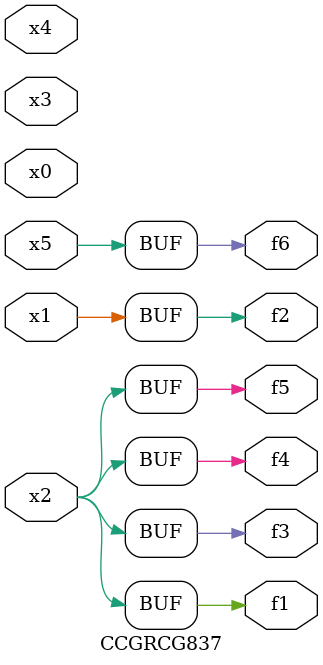
<source format=v>
module CCGRCG837(
	input x0, x1, x2, x3, x4, x5,
	output f1, f2, f3, f4, f5, f6
);
	assign f1 = x2;
	assign f2 = x1;
	assign f3 = x2;
	assign f4 = x2;
	assign f5 = x2;
	assign f6 = x5;
endmodule

</source>
